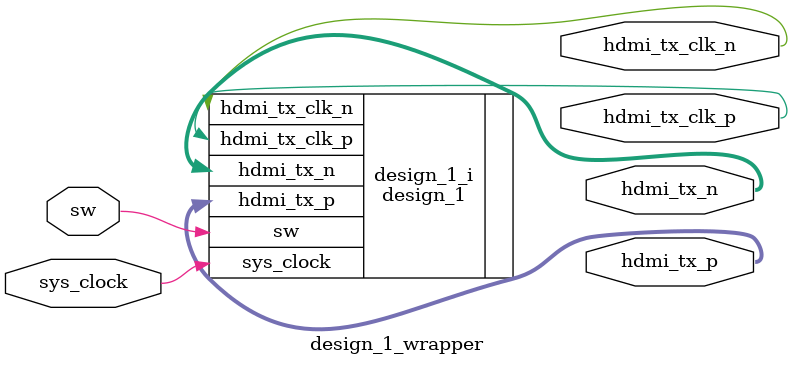
<source format=v>
`timescale 1 ps / 1 ps

module design_1_wrapper
   (hdmi_tx_clk_n,
    hdmi_tx_clk_p,
    hdmi_tx_n,
    hdmi_tx_p,
    sw,
    sys_clock);
  output hdmi_tx_clk_n;
  output hdmi_tx_clk_p;
  output [2:0]hdmi_tx_n;
  output [2:0]hdmi_tx_p;
  input sw;
  input sys_clock;

  wire hdmi_tx_clk_n;
  wire hdmi_tx_clk_p;
  wire [2:0]hdmi_tx_n;
  wire [2:0]hdmi_tx_p;
  wire sw;
  wire sys_clock;

  design_1 design_1_i
       (.hdmi_tx_clk_n(hdmi_tx_clk_n),
        .hdmi_tx_clk_p(hdmi_tx_clk_p),
        .hdmi_tx_n(hdmi_tx_n),
        .hdmi_tx_p(hdmi_tx_p),
        .sw(sw),
        .sys_clock(sys_clock));
endmodule

</source>
